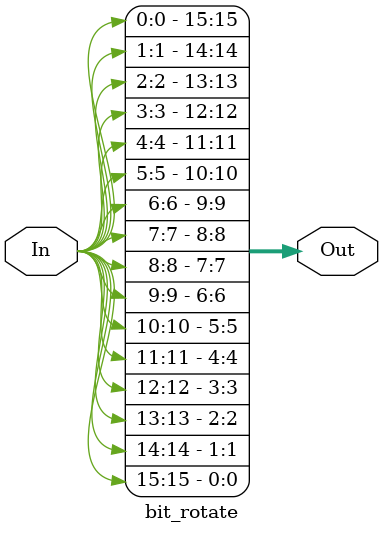
<source format=v>
module bit_rotate(In, Out);
    input[15:0] In;
    output[15:0] Out;

    assign Out = {In[0],In[1],In[2],In[3],In[4],In[5],In[6],In[7],In[8],In[9],
                    In[10],In[11],In[12],In[13],In[14],In[15]};

endmodule

</source>
